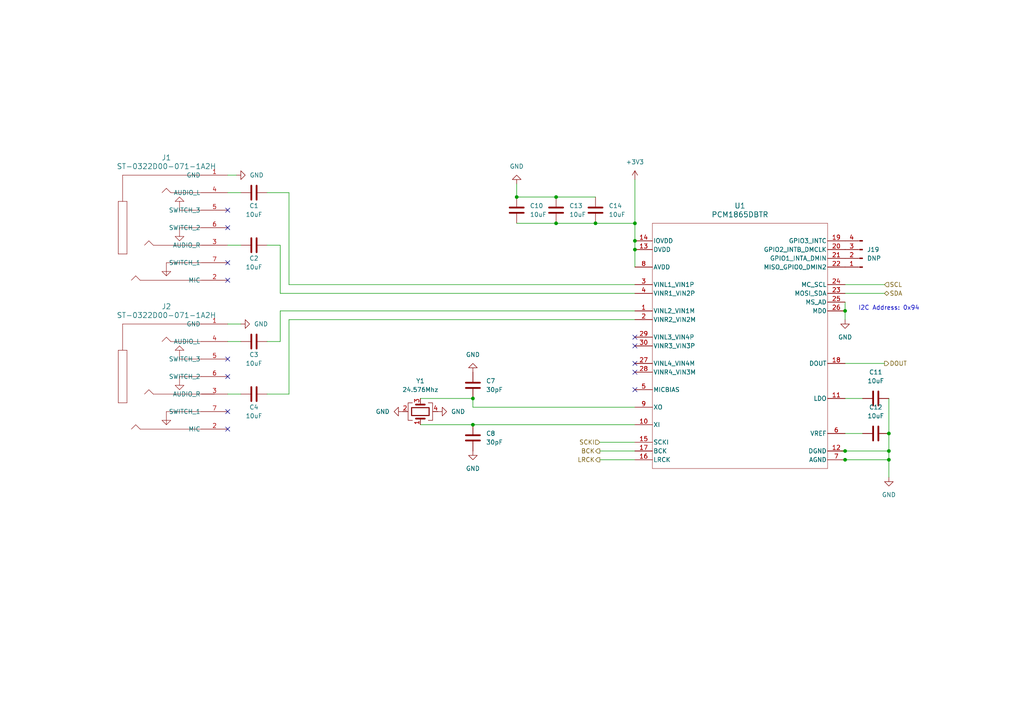
<source format=kicad_sch>
(kicad_sch (version 20231120) (generator "eeschema") (generator_version "8.0")
  (paper "A4")
  (lib_symbols
    (symbol "Endstufe:+3V3" (power) (pin_names (offset 0))
      (property "Value" "+3V3" (at 0 3.556 0))
      (symbol "+3V3_0_1"
        (polyline (pts (xy -0.762 1.27) (xy 0 2.54)))
        (polyline (pts (xy 0 0) (xy 0 2.54)))
        (polyline (pts (xy 0 2.54) (xy 0.762 1.27)))
      )
      (symbol "+3V3_1_1"
        (pin power_in line (at 0 0 90) (length 0) hide (name "+3V3") (number "1"))
      )
    )
    (symbol "Endstufe:C" (pin_numbers hide) (pin_names (offset 0.254))
      (property "Reference" "C" (at 0.635 2.54 0))
      (property "Value" "C" (at 0.635 -2.54 0))
      (symbol "C_0_1"
        (polyline (pts (xy -2.032 -0.762) (xy 2.032 -0.762)) (stroke (width 0.508)))
        (polyline (pts (xy -2.032 0.762) (xy 2.032 0.762)) (stroke (width 0.508)))
      )
      (symbol "C_1_1"
        (pin passive line (at 0 3.81 270) (length 2.794) (name "~") (number "1"))
        (pin passive line (at 0 -3.81 90) (length 2.794) (name "~") (number "2"))
      )
    )
    (symbol "Endstufe:Conn_01x04_Pin" (pin_names (offset 1.016) hide)
      (property "Reference" "J" (at 0 5.08 0))
      (property "Value" "Conn_01x04_Pin" (at 0 -7.62 0))
      (symbol "Conn_01x04_Pin_1_1"
        (polyline (pts (xy 1.27 -5.08) (xy 0.8636 -5.08)) (stroke (width 0.1524)))
        (polyline (pts (xy 1.27 -2.54) (xy 0.8636 -2.54)) (stroke (width 0.1524)))
        (polyline (pts (xy 1.27 0) (xy 0.8636 0)) (stroke (width 0.1524)))
        (polyline (pts (xy 1.27 2.54) (xy 0.8636 2.54)) (stroke (width 0.1524)))
        (rectangle (start 0.8636 -4.953) (end 0 -5.207) (stroke (width 0.1524)) (fill (type outline)))
        (rectangle (start 0.8636 -2.413) (end 0 -2.667) (stroke (width 0.1524)) (fill (type outline)))
        (rectangle (start 0.8636 0.127) (end 0 -0.127) (stroke (width 0.1524)) (fill (type outline)))
        (rectangle (start 0.8636 2.667) (end 0 2.413) (stroke (width 0.1524)) (fill (type outline)))
        (pin passive line (at 5.08 2.54 180) (length 3.81) (name "Pin_1") (number "1"))
        (pin passive line (at 5.08 0 180) (length 3.81) (name "Pin_2") (number "2"))
        (pin passive line (at 5.08 -2.54 180) (length 3.81) (name "Pin_3") (number "3"))
        (pin passive line (at 5.08 -5.08 180) (length 3.81) (name "Pin_4") (number "4"))
      )
    )
    (symbol "Endstufe:Crystal_GND24" (pin_names (offset 1.016) hide)
      (property "Reference" "Y" (at 3.175 5.08 0))
      (property "Value" "Crystal_GND24" (at 3.175 3.175 0))
      (symbol "Crystal_GND24_0_1"
        (rectangle (start -1.143 2.54) (end 1.143 -2.54) (stroke (width 0.3048)))
        (polyline (pts (xy -2.54 0) (xy -2.032 0)))
        (polyline (pts (xy -2.032 -1.27) (xy -2.032 1.27)) (stroke (width 0.508)))
        (polyline (pts (xy 0 -3.81) (xy 0 -3.556)))
        (polyline (pts (xy 0 3.556) (xy 0 3.81)))
        (polyline (pts (xy 2.032 -1.27) (xy 2.032 1.27)) (stroke (width 0.508)))
        (polyline (pts (xy 2.032 0) (xy 2.54 0)))
        (polyline (pts (xy -2.54 -2.286) (xy -2.54 -3.556) (xy 2.54 -3.556) (xy 2.54 -2.286)))
        (polyline (pts (xy -2.54 2.286) (xy -2.54 3.556) (xy 2.54 3.556) (xy 2.54 2.286)))
      )
      (symbol "Crystal_GND24_1_1"
        (pin passive line (at -3.81 0 0) (length 1.27) (name "1") (number "1"))
        (pin passive line (at 0 5.08 270) (length 1.27) (name "2") (number "2"))
        (pin passive line (at 3.81 0 180) (length 1.27) (name "3") (number "3"))
        (pin passive line (at 0 -5.08 90) (length 1.27) (name "4") (number "4"))
      )
    )
    (symbol "Endstufe:GND" (power) (pin_names (offset 0))
      (property "Value" "GND" (at 0 -3.81 0))
      (symbol "GND_0_1"
        (polyline (pts (xy 0 0) (xy 0 -1.27) (xy 1.27 -1.27) (xy 0 -2.54) (xy -1.27 -1.27) (xy 0 -1.27)))
      )
      (symbol "GND_1_1"
        (pin power_in line (at 0 0 270) (length 0) hide (name "GND") (number "1"))
      )
    )
    (symbol "Endstufe:PCM1865DBTR" (pin_names (offset 0.254))
      (property "Reference" "U" (at 0 2.54 0))
      (property "Value" "PCM1865DBTR" (at 0 0 0))
      (symbol "PCM1865DBTR_0_1"
        (polyline (pts (xy -25.4 -35.56) (xy 25.4 -35.56)) (stroke (width 0.1016)))
        (polyline (pts (xy -25.4 35.56) (xy -25.4 -35.56)) (stroke (width 0.1016)))
        (polyline (pts (xy 25.4 -35.56) (xy 25.4 35.56)) (stroke (width 0.1016)))
        (polyline (pts (xy 25.4 35.56) (xy -25.4 35.56)) (stroke (width 0.1016)))
        (pin input line (at -30.48 10.16 0) (length 5.08) (name "VINL2_VIN1M") (number "1"))
        (pin unspecified line (at -30.48 -22.86 0) (length 5.08) (name "XI") (number "10"))
        (pin output line (at 30.48 -15.24 180) (length 5.08) (name "LDO") (number "11"))
        (pin power_in line (at 30.48 -30.48 180) (length 5.08) (name "DGND") (number "12"))
        (pin power_in line (at -30.48 27.94 0) (length 5.08) (name "DVDD") (number "13"))
        (pin power_in line (at -30.48 30.48 0) (length 5.08) (name "IOVDD") (number "14"))
        (pin input line (at -30.48 -27.94 0) (length 5.08) (name "SCKI") (number "15"))
        (pin bidirectional line (at -30.48 -33.02 0) (length 5.08) (name "LRCK") (number "16"))
        (pin bidirectional line (at -30.48 -30.48 0) (length 5.08) (name "BCK") (number "17"))
        (pin output line (at 30.48 -5.08 180) (length 5.08) (name "DOUT") (number "18"))
        (pin bidirectional line (at 30.48 30.48 180) (length 5.08) (name "GPIO3_INTC") (number "19"))
        (pin input line (at -30.48 7.62 0) (length 5.08) (name "VINR2_VIN2M") (number "2"))
        (pin bidirectional line (at 30.48 27.94 180) (length 5.08) (name "GPIO2_INTB_DMCLK") (number "20"))
        (pin bidirectional line (at 30.48 25.4 180) (length 5.08) (name "GPIO1_INTA_DMIN") (number "21"))
        (pin bidirectional line (at 30.48 22.86 180) (length 5.08) (name "MISO_GPIO0_DMIN2") (number "22"))
        (pin bidirectional line (at 30.48 15.24 180) (length 5.08) (name "MOSI_SDA") (number "23"))
        (pin input line (at 30.48 17.78 180) (length 5.08) (name "MC_SCL") (number "24"))
        (pin input line (at 30.48 12.7 180) (length 5.08) (name "MS_AD") (number "25"))
        (pin input line (at 30.48 10.16 180) (length 5.08) (name "MD0") (number "26"))
        (pin input line (at -30.48 -5.08 0) (length 5.08) (name "VINL4_VIN4M") (number "27"))
        (pin input line (at -30.48 -7.62 0) (length 5.08) (name "VINR4_VIN3M") (number "28"))
        (pin input line (at -30.48 2.54 0) (length 5.08) (name "VINL3_VIN4P") (number "29"))
        (pin input line (at -30.48 17.78 0) (length 5.08) (name "VINL1_VIN1P") (number "3"))
        (pin input line (at -30.48 0 0) (length 5.08) (name "VINR3_VIN3P") (number "30"))
        (pin input line (at -30.48 15.24 0) (length 5.08) (name "VINR1_VIN2P") (number "4"))
        (pin output line (at -30.48 -12.7 0) (length 5.08) (name "MICBIAS") (number "5"))
        (pin unspecified line (at 30.48 -25.4 180) (length 5.08) (name "VREF") (number "6"))
        (pin power_in line (at 30.48 -33.02 180) (length 5.08) (name "AGND") (number "7"))
        (pin power_in line (at -30.48 22.86 0) (length 5.08) (name "AVDD") (number "8"))
        (pin unspecified line (at -30.48 -17.78 0) (length 5.08) (name "XO") (number "9"))
      )
    )
    (symbol "Endstufe:ST-0322D00-071-1A2H" (pin_names (offset 0.254))
      (property "Reference" "J" (at -15.24 7.62 0))
      (property "Value" "ST-0322D00-071-1A2H" (at -15.24 5.08 0))
      (symbol "ST-0322D00-071-1A2H_0_1"
        (polyline (pts (xy -31.75 -22.86) (xy -31.75 -7.62)) (stroke (width 0.127)))
        (polyline (pts (xy -31.75 -7.62) (xy -29.21 -7.62)) (stroke (width 0.127)))
        (polyline (pts (xy -30.48 0) (xy -30.48 -7.62)) (stroke (width 0.127)))
        (polyline (pts (xy -29.21 -22.86) (xy -31.75 -22.86)) (stroke (width 0.127)))
        (polyline (pts (xy -29.21 -7.62) (xy -29.21 -22.86)) (stroke (width 0.127)))
        (polyline (pts (xy -26.67 -29.21) (xy -27.94 -30.48)) (stroke (width 0.127)))
        (polyline (pts (xy -26.67 -29.21) (xy -25.4 -30.48)) (stroke (width 0.127)))
        (polyline (pts (xy -22.86 -19.05) (xy -24.13 -20.32)) (stroke (width 0.127)))
        (polyline (pts (xy -22.86 -19.05) (xy -21.59 -20.32)) (stroke (width 0.127)))
        (polyline (pts (xy -19.05 -27.94) (xy -17.78 -27.94)) (stroke (width 0.127)))
        (polyline (pts (xy -17.78 -29.21) (xy -19.05 -27.94)) (stroke (width 0.127)))
        (polyline (pts (xy -17.78 -29.21) (xy -16.51 -27.94)) (stroke (width 0.127)))
        (polyline (pts (xy -17.78 -27.94) (xy -16.51 -27.94)) (stroke (width 0.127)))
        (polyline (pts (xy -17.78 -25.4) (xy -17.78 -29.21)) (stroke (width 0.127)))
        (polyline (pts (xy -17.78 -3.81) (xy -19.05 -5.08)) (stroke (width 0.127)))
        (polyline (pts (xy -17.78 -3.81) (xy -16.51 -5.08)) (stroke (width 0.127)))
        (polyline (pts (xy -15.24 -7.62) (xy -13.97 -6.35)) (stroke (width 0.127)))
        (polyline (pts (xy -13.97 -19.05) (xy -15.24 -17.78)) (stroke (width 0.127)))
        (polyline (pts (xy -13.97 -17.78) (xy -15.24 -17.78)) (stroke (width 0.127)))
        (polyline (pts (xy -13.97 -17.78) (xy -12.7 -17.78)) (stroke (width 0.127)))
        (polyline (pts (xy -13.97 -15.24) (xy -13.97 -17.78)) (stroke (width 0.127)))
        (polyline (pts (xy -13.97 -10.16) (xy -13.97 -7.62)) (stroke (width 0.127)))
        (polyline (pts (xy -13.97 -7.62) (xy -15.24 -7.62)) (stroke (width 0.127)))
        (polyline (pts (xy -13.97 -7.62) (xy -12.7 -7.62)) (stroke (width 0.127)))
        (polyline (pts (xy -12.7 -17.78) (xy -13.97 -19.05)) (stroke (width 0.127)))
        (polyline (pts (xy -12.7 -7.62) (xy -13.97 -6.35)) (stroke (width 0.127)))
        (polyline (pts (xy -7.62 -30.48) (xy -25.4 -30.48)) (stroke (width 0.127)))
        (polyline (pts (xy -7.62 -25.4) (xy -17.78 -25.4)) (stroke (width 0.127)))
        (polyline (pts (xy -7.62 -15.24) (xy -13.97 -15.24)) (stroke (width 0.127)))
        (polyline (pts (xy -7.62 -10.16) (xy -13.97 -10.16)) (stroke (width 0.127)))
        (polyline (pts (xy -7.62 -5.08) (xy -16.51 -5.08)) (stroke (width 0.127)))
        (polyline (pts (xy -7.62 0) (xy -30.48 0)) (stroke (width 0.127)))
        (polyline (pts (xy -3.81 -20.32) (xy -21.59 -20.32)) (stroke (width 0.127)))
        (pin power_out line (at 0 0 180) (length 7.62) (name "GND") (number "1"))
        (pin unspecified line (at 0 -30.48 180) (length 7.62) (name "MIC") (number "2"))
        (pin unspecified line (at 0 -20.32 180) (length 7.62) (name "AUDIO_R") (number "3"))
        (pin unspecified line (at 0 -5.08 180) (length 7.62) (name "AUDIO_L") (number "4"))
        (pin unspecified line (at 0 -10.16 180) (length 7.62) (name "SWITCH_3") (number "5"))
        (pin bidirectional line (at 0 -15.24 180) (length 7.62) (name "SWITCH_2") (number "6"))
        (pin bidirectional line (at 0 -25.4 180) (length 7.62) (name "SWITCH_1") (number "7"))
      )
    )
  )
  (junction (at 245.11 90.17))
  (junction (at 137.16 123.19))
  (junction (at 161.29 64.77))
  (junction (at 257.81 130.81))
  (junction (at 257.81 133.35))
  (junction (at 184.15 64.77))
  (junction (at 245.11 130.81))
  (junction (at 184.15 69.85))
  (junction (at 245.11 133.35))
  (junction (at 172.72 64.77))
  (junction (at 161.29 57.15))
  (junction (at 149.86 57.15))
  (junction (at 137.16 115.57))
  (junction (at 184.15 72.39))
  (junction (at 257.81 125.73))
  (no_connect (at 66.04 60.96))
  (no_connect (at 66.04 124.46))
  (no_connect (at 66.04 76.2))
  (no_connect (at 184.15 97.79))
  (no_connect (at 184.15 105.41))
  (no_connect (at 184.15 100.33))
  (no_connect (at 184.15 113.03))
  (no_connect (at 66.04 119.38))
  (no_connect (at 66.04 66.04))
  (no_connect (at 66.04 104.14))
  (no_connect (at 66.04 109.22))
  (no_connect (at 184.15 107.95))
  (no_connect (at 66.04 81.28))
  (wire (pts (xy 137.16 118.11) (xy 137.16 115.57)))
  (wire (pts (xy 245.11 87.63) (xy 245.11 90.17)))
  (wire (pts (xy 161.29 57.15) (xy 172.72 57.15)))
  (wire (pts (xy 173.99 128.27) (xy 184.15 128.27)))
  (wire (pts (xy 172.72 64.77) (xy 184.15 64.77)))
  (wire (pts (xy 173.99 133.35) (xy 184.15 133.35)))
  (wire (pts (xy 257.81 133.35) (xy 257.81 138.43)))
  (wire (pts (xy 149.86 53.34) (xy 149.86 57.15)))
  (wire (pts (xy 83.82 82.55) (xy 184.15 82.55)))
  (wire (pts (xy 149.86 64.77) (xy 161.29 64.77)))
  (wire (pts (xy 66.04 114.3) (xy 69.85 114.3)))
  (wire (pts (xy 184.15 64.77) (xy 184.15 69.85)))
  (wire (pts (xy 69.85 93.98) (xy 66.04 93.98)))
  (wire (pts (xy 68.58 50.8) (xy 66.04 50.8)))
  (wire (pts (xy 161.29 64.77) (xy 172.72 64.77)))
  (wire (pts (xy 245.11 133.35) (xy 257.81 133.35)))
  (wire (pts (xy 149.86 57.15) (xy 161.29 57.15)))
  (wire (pts (xy 184.15 69.85) (xy 184.15 72.39)))
  (wire (pts (xy 245.11 105.41) (xy 256.54 105.41)))
  (wire (pts (xy 83.82 92.71) (xy 83.82 114.3)))
  (wire (pts (xy 137.16 123.19) (xy 121.92 123.19)))
  (wire (pts (xy 66.04 99.06) (xy 69.85 99.06)))
  (wire (pts (xy 245.11 82.55) (xy 256.54 82.55)))
  (wire (pts (xy 77.47 55.88) (xy 83.82 55.88)))
  (wire (pts (xy 83.82 92.71) (xy 184.15 92.71)))
  (wire (pts (xy 81.28 85.09) (xy 81.28 71.12)))
  (wire (pts (xy 245.11 130.81) (xy 257.81 130.81)))
  (wire (pts (xy 77.47 99.06) (xy 81.28 99.06)))
  (wire (pts (xy 137.16 115.57) (xy 121.92 115.57)))
  (wire (pts (xy 184.15 118.11) (xy 137.16 118.11)))
  (wire (pts (xy 245.11 92.71) (xy 245.11 90.17)))
  (wire (pts (xy 77.47 71.12) (xy 81.28 71.12)))
  (wire (pts (xy 66.04 71.12) (xy 69.85 71.12)))
  (wire (pts (xy 81.28 85.09) (xy 184.15 85.09)))
  (wire (pts (xy 257.81 115.57) (xy 257.81 125.73)))
  (wire (pts (xy 243.84 130.81) (xy 245.11 130.81)))
  (wire (pts (xy 243.84 133.35) (xy 245.11 133.35)))
  (wire (pts (xy 257.81 125.73) (xy 257.81 130.81)))
  (wire (pts (xy 245.11 125.73) (xy 250.19 125.73)))
  (wire (pts (xy 81.28 90.17) (xy 81.28 99.06)))
  (wire (pts (xy 250.19 115.57) (xy 245.11 115.57)))
  (wire (pts (xy 81.28 90.17) (xy 184.15 90.17)))
  (wire (pts (xy 184.15 72.39) (xy 184.15 77.47)))
  (wire (pts (xy 184.15 52.07) (xy 184.15 64.77)))
  (wire (pts (xy 184.15 123.19) (xy 137.16 123.19)))
  (wire (pts (xy 245.11 85.09) (xy 256.54 85.09)))
  (wire (pts (xy 66.04 55.88) (xy 69.85 55.88)))
  (wire (pts (xy 83.82 82.55) (xy 83.82 55.88)))
  (wire (pts (xy 257.81 133.35) (xy 257.81 130.81)))
  (wire (pts (xy 173.99 130.81) (xy 184.15 130.81)))
  (wire (pts (xy 77.47 114.3) (xy 83.82 114.3)))
  (text "I2C Address: 0x94" (at 248.92 90.17 0) (effects (font (size 1.27 1.27)) (justify left bottom)))
  (hierarchical_label "SCKI" (shape input) (at 173.99 128.27 180))
  (hierarchical_label "SDA" (shape bidirectional) (at 256.54 85.09 0))
  (hierarchical_label "SCL" (shape input) (at 256.54 82.55 0))
  (hierarchical_label "LRCK" (shape output) (at 173.99 133.35 180))
  (hierarchical_label "DOUT" (shape output) (at 256.54 105.41 0))
  (hierarchical_label "BCK" (shape output) (at 173.99 130.81 180))
  (symbol (lib_id "Endstufe:C") (at 172.72 60.96 0) (unit 1)
    (property "Reference" "C14" (at 176.53 59.69 0) (effects (justify left)))
    (property "Value" "10uF" (at 176.53 62.23 0) (effects (justify left)))
    (property "Footprint" "Endstufe:C_0402_1005Metric" (effects (hide yes)))
    (property "LCSC Part #" "C15525" (effects (hide yes)))
  )
  (symbol (lib_id "Endstufe:GND") (at 116.84 119.38 270) (unit 1)
    (property "Reference" "#PWR04" (effects (hide yes)))
    (property "Value" "GND" (at 113.03 119.38 90) (effects (justify right)))
  )
  (symbol (lib_id "Endstufe:ST-0322D00-071-1A2H") (at 66.04 50.8 0) (unit 1)
    (property "Reference" "J1" (at 48.26 45.72 0) (effects (font (size 1.524 1.524))))
    (property "Value" "ST-0322D00-071-1A2H" (at 48.26 48.26 0) (effects (font (size 1.524 1.524))))
    (property "Footprint" "Endstufe:AUDIO-TH_ST-0322D00-071-1A2H" (effects (hide yes)))
    (property "Datasheet" "https://datasheet.lcsc.com/lcsc/2105241717_G-Switch-ST-0322D00-071-1A2H_C2829970.pdf" (effects (hide yes)))
    (property "LCSC Part #" "C2829970" (effects (hide yes)))
  )
  (symbol (lib_id "Endstufe:C") (at 149.86 60.96 0) (unit 1)
    (property "Reference" "C10" (at 153.67 59.69 0) (effects (justify left)))
    (property "Value" "10uF" (at 153.67 62.23 0) (effects (justify left)))
    (property "Footprint" "Endstufe:C_0402_1005Metric" (effects (hide yes)))
    (property "LCSC Part #" "C15525" (effects (hide yes)))
  )
  (symbol (lib_id "Endstufe:GND") (at 257.81 138.43 0) (unit 1)
    (property "Reference" "#PWR012" (effects (hide yes)))
    (property "Value" "GND" (at 257.81 143.51 0))
  )
  (symbol (lib_id "Endstufe:GND") (at 137.16 130.81 0) (unit 1)
    (property "Reference" "#PWR07" (effects (hide yes)))
    (property "Value" "GND" (at 137.16 135.89 0))
  )
  (symbol (lib_id "Endstufe:C") (at 254 125.73 90) (unit 1)
    (property "Reference" "C12" (at 254 118.11 90))
    (property "Value" "10uF" (at 254 120.65 90))
    (property "Footprint" "Endstufe:C_0402_1005Metric" (effects (hide yes)))
    (property "LCSC Part #" "C15525" (effects (hide yes)))
  )
  (symbol (lib_id "Endstufe:+3V3") (at 184.15 52.07 0) (unit 1)
    (property "Reference" "#PWR010" (effects (hide yes)))
    (property "Value" "+3V3" (at 184.15 46.99 0))
  )
  (symbol (lib_id "Endstufe:PCM1865DBTR") (at 214.63 100.33 0) (unit 1)
    (property "Reference" "U1" (at 214.63 59.69 0) (effects (font (size 1.524 1.524))))
    (property "Value" "PCM1865DBTR" (at 214.63 62.23 0) (effects (font (size 1.524 1.524))))
    (property "Footprint" "Endstufe:TSSOP-30_L7.8-W4.4-P0.50-LS6.4-BL" (effects (hide yes)))
    (property "Datasheet" "PCM1865DBTR" (effects (hide yes)))
    (property "LCSC Part #" "C181312" (effects (hide yes)))
  )
  (symbol (lib_id "Endstufe:GND") (at 137.16 107.95 180) (unit 1)
    (property "Reference" "#PWR06" (effects (hide yes)))
    (property "Value" "GND" (at 137.16 102.87 0))
  )
  (symbol (lib_id "Endstufe:C") (at 73.66 55.88 90) (unit 1)
    (property "Reference" "C1" (at 73.66 59.69 90))
    (property "Value" "10uF" (at 73.66 62.23 90))
    (property "Footprint" "Endstufe:C_0805_2012Metric" (effects (hide yes)))
    (property "LCSC Part #" "C15850" (effects (hide yes)))
  )
  (symbol (lib_id "Endstufe:Crystal_GND24") (at 121.92 119.38 90) (unit 1)
    (property "Reference" "Y1" (at 121.92 110.49 90))
    (property "Value" "24.576Mhz" (at 121.92 113.03 90))
    (property "Footprint" "Endstufe:OSC-SMD_4P-L3.2-W2.5-BL" (effects (hide yes)))
    (property "LCSC Part #" "C2901683" (effects (hide yes)))
  )
  (symbol (lib_id "Endstufe:C") (at 73.66 114.3 90) (unit 1)
    (property "Reference" "C4" (at 73.66 118.11 90))
    (property "Value" "10uF" (at 73.66 120.65 90))
    (property "Footprint" "Endstufe:C_0805_2012Metric" (effects (hide yes)))
    (property "LCSC Part #" "C15850" (effects (hide yes)))
  )
  (symbol (lib_id "Endstufe:C") (at 73.66 99.06 90) (unit 1)
    (property "Reference" "C3" (at 73.66 102.87 90))
    (property "Value" "10uF" (at 73.66 105.41 90))
    (property "Footprint" "Endstufe:C_0805_2012Metric" (effects (hide yes)))
    (property "LCSC Part #" "C15850" (effects (hide yes)))
  )
  (symbol (lib_id "Endstufe:GND") (at 245.11 92.71 0) (unit 1)
    (property "Reference" "#PWR011" (effects (hide yes)))
    (property "Value" "GND" (at 245.11 97.79 0))
  )
  (symbol (lib_id "Endstufe:GND") (at 69.85 93.98 90) (unit 1)
    (property "Reference" "#PWR02" (effects (hide yes)))
    (property "Value" "GND" (at 73.66 93.98 90) (effects (justify right)))
  )
  (symbol (lib_id "Endstufe:C") (at 73.66 71.12 90) (unit 1)
    (property "Reference" "C2" (at 73.66 74.93 90))
    (property "Value" "10uF" (at 73.66 77.47 90))
    (property "Footprint" "Endstufe:C_0805_2012Metric" (effects (hide yes)))
    (property "LCSC Part #" "C15850" (effects (hide yes)))
  )
  (symbol (lib_id "Endstufe:C") (at 137.16 127 0) (unit 1)
    (property "Reference" "C8" (at 140.97 125.73 0) (effects (justify left)))
    (property "Value" "30pF" (at 140.97 128.27 0) (effects (justify left)))
    (property "Footprint" "Endstufe:C_0402_1005Metric" (effects (hide yes)))
    (property "LCSC Part #" "C458861" (effects (hide yes)))
  )
  (symbol (lib_id "Endstufe:C") (at 161.29 60.96 0) (unit 1)
    (property "Reference" "C13" (at 165.1 59.69 0) (effects (justify left)))
    (property "Value" "10uF" (at 165.1 62.23 0) (effects (justify left)))
    (property "Footprint" "Endstufe:C_0402_1005Metric" (effects (hide yes)))
    (property "LCSC Part #" "C15525" (effects (hide yes)))
  )
  (symbol (lib_id "Endstufe:C") (at 137.16 111.76 0) (unit 1)
    (property "Reference" "C7" (at 140.97 110.49 0) (effects (justify left)))
    (property "Value" "30pF" (at 140.97 113.03 0) (effects (justify left)))
    (property "Footprint" "Endstufe:C_0402_1005Metric" (effects (hide yes)))
    (property "LCSC Part #" "C458861" (effects (hide yes)))
  )
  (symbol (lib_id "Endstufe:GND") (at 127 119.38 90) (unit 1)
    (property "Reference" "#PWR05" (effects (hide yes)))
    (property "Value" "GND" (at 130.81 119.38 90) (effects (justify right)))
  )
  (symbol (lib_id "Endstufe:GND") (at 68.58 50.8 90) (unit 1)
    (property "Reference" "#PWR01" (effects (hide yes)))
    (property "Value" "GND" (at 72.39 50.8 90) (effects (justify right)))
  )
  (symbol (lib_id "Endstufe:C") (at 254 115.57 90) (unit 1)
    (property "Reference" "C11" (at 254 107.95 90))
    (property "Value" "10uF" (at 254 110.49 90))
    (property "Footprint" "Endstufe:C_0402_1005Metric" (effects (hide yes)))
    (property "LCSC Part #" "C15525" (effects (hide yes)))
  )
  (symbol (lib_id "Endstufe:Conn_01x04_Pin") (at 250.19 74.93 180) (unit 1)
    (property "Reference" "J19" (at 251.46 72.39 0) (effects (justify right)))
    (property "Value" "DNP" (at 251.46 74.93 0) (effects (justify right)))
    (property "Footprint" "Endstufe:PinHeader_1x04_P2.54mm_Vertical" (effects (hide yes)))
    (property "LCSC Part #" "-" (effects (hide yes)))
  )
  (symbol (lib_id "Endstufe:GND") (at 149.86 53.34 180) (unit 1)
    (property "Reference" "#PWR03" (effects (hide yes)))
    (property "Value" "GND" (at 149.86 48.26 0))
  )
  (symbol (lib_id "Endstufe:ST-0322D00-071-1A2H") (at 66.04 93.98 0) (unit 1)
    (property "Reference" "J2" (at 48.26 88.9 0) (effects (font (size 1.524 1.524))))
    (property "Value" "ST-0322D00-071-1A2H" (at 48.26 91.44 0) (effects (font (size 1.524 1.524))))
    (property "Footprint" "Endstufe:AUDIO-TH_ST-0322D00-071-1A2H" (effects (hide yes)))
    (property "Datasheet" "ST-0322D00-071-1A2H" (effects (hide yes)))
    (property "LCSC Part #" "C2829970" (effects (hide yes)))
  )
)
</source>
